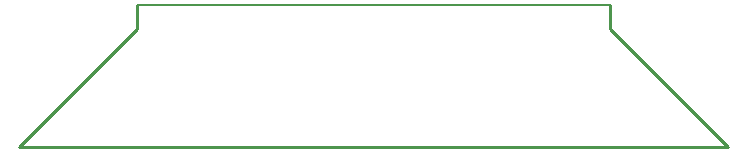
<source format=gbr>
G04 start of page 4 for group 6 idx 6 *
G04 Title: (unknown), outline *
G04 Creator: pcb 20140316 *
G04 CreationDate: Wed 05 Dec 2018 13:28:39 GMT UTC *
G04 For: david *
G04 Format: Gerber/RS-274X *
G04 PCB-Dimensions (mil): 5803.15 7874.02 *
G04 PCB-Coordinate-Origin: lower left *
%MOIN*%
%FSLAX25Y25*%
%LNOUTLINE*%
%ADD20C,0.0079*%
%ADD19C,0.0100*%
G54D19*X39370Y787402D02*Y779528D01*
X196850D02*Y787402D01*
X236220Y740157D02*X0D01*
X39370Y779528D01*
X236220Y740157D02*X196850Y779528D01*
G54D20*Y787402D02*X39370D01*
M02*

</source>
